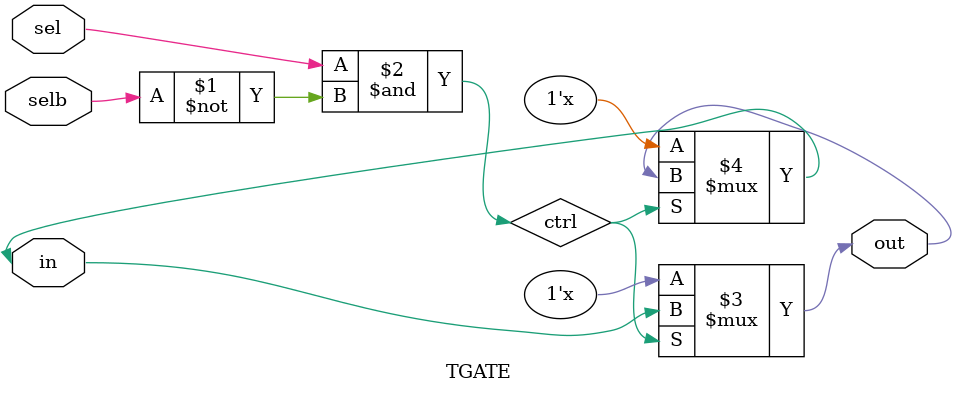
<source format=v>
module tgate (
    input wire in,          // Input signal
    input wire sel,    // Control signal
    input wire selb,    // Control signal
    output wire out          // Output signal
);

    // NMOS and PMOS transistors
    assign selb = ~ sel;
    assign out = sel ? in : 1'bz;  // NMOS: Pass 'a' when control is high

endmodule

module TGATE (
    input wire in,          // Input signal
    input wire sel,    // Control signal
    input wire selb,    // Control signal
    output wire out          // Output signal
);

wire ctrl, ctrlb;

and g1(ctrl, sel, ~selb);
not g2(ctrlb, ctrl);

assign out = ctrl ? in : 1'bz;
assign in = ctrl ? out : 1'bz;

endmodule

</source>
